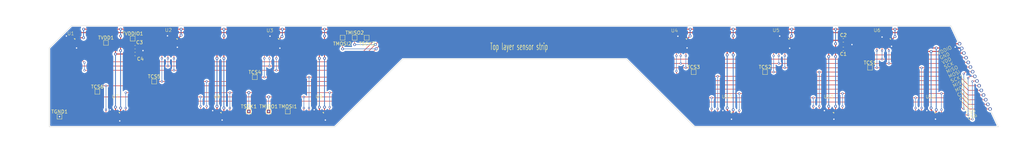
<source format=kicad_pcb>
(kicad_pcb (version 20221018) (generator pcbnew)
  (layers (0 "F.Cu" signal) (31 "B.Cu" signal) (34 "B.Paste" user) (35 "F.Paste" user) (36 "B.SilkS" user "B.Silkscreen") (37 "F.SilkS" user "F.Silkscreen") (38 "B.Mask" user) (39 "F.Mask" user) (44 "Edge.Cuts" user))
  (net 0 "")
  (net 1 "GND")
  (net 8 "VDDIO")
  (net 9 "VDD")
  (net 10 "SCK")
  (net 11 "MISO")
  (net 12 "MOSI")
  (net 13 "SCK1")
  (net 14 "MISO1")
  (net 15 "MOSI1")
  (net 16 "CS1")
  (net 17 "CS2")
  (net 18 "CS3")
  (net 19 "CS4")
  (net 20 "CS5")
  (net 21 "CS6")
  (footprint "TestPoint:TestPoint_Pad_1.0x1.0mm" (layer "F.Cu") (at 69 119.75)
    (fp_text reference "TCS4")
    (fp_text value "TestPoint_Probe")
  )
  (footprint "BMP581:Strip_pins_top" (layer "F.Cu") (at 275.75 119 25)
    (fp_text reference "TopConnector1" hide)
    (fp_text value "std_master_output" hide)
  )
  (footprint "TestPoint:TestPoint_Pad_1.0x1.0mm" (layer "F.Cu") (at 33.5 108.5)
    (fp_text reference "TVDDIO1")
    (fp_text value "TestPoint_Probe")
  )
  (footprint "TestPoint:TestPoint_Pad_1.0x1.0mm" (layer "F.Cu") (at 217.25 118.25)
    (fp_text reference "TCS2")
    (fp_text value "TestPoint_Probe")
  )
  (footprint "TestPoint:TestPoint_Pad_1.0x1.0mm" (layer "F.Cu") (at 196.5 118.25)
    (fp_text reference "TCS3")
    (fp_text value "TestPoint_Probe")
  )
  (footprint "TestPoint:TestPoint_Pad_1.0x1.0mm" (layer "F.Cu") (at 94.5 108.25)
    (fp_text reference "TMOSI2")
    (fp_text value "TestPoint_Probe")
  )
  (footprint "BMP581:BMP581_Landing_Pattern" (layer "F.Cu") (at 28.416 130.929)
    (fp_text reference "U7")
    (fp_text value "~")
  )
  (footprint "TestPoint:TestPoint_Pad_1.0x1.0mm" (layer "F.Cu") (at 101.5 108.25)
    (fp_text reference "TSCK2")
    (fp_text value "TestPoint_Probe")
  )
  (footprint "BMP581:BMP581_Landing_Pattern" (layer "F.Cu") (at 58.036 130.929)
    (fp_text reference "U8")
    (fp_text value "~")
  )
  (footprint "BMP581:BMP581_Landing_Pattern" (layer "F.Cu") (at 222.88 109.5)
    (fp_text reference "U5")
    (fp_text value "~")
  )
  (footprint "TestPoint:TestPoint_Pad_1.0x1.0mm" (layer "F.Cu") (at 73 129.75)
    (fp_text reference "TMISO1")
    (fp_text value "TestPoint_Probe")
  )
  (footprint "TestPoint:TestPoint_Pad_1.0x1.0mm" (layer "F.Cu") (at 39.75 121)
    (fp_text reference "TCS5")
    (fp_text value "TestPoint_Probe")
  )
  (footprint "Capacitor_SMD:C_0603_1608Metric" (layer "F.Cu") (at 240 109 180)
    (fp_text reference "C2")
    (fp_text value "470nF")
  )
  (footprint "BMP581:BMP581_Landing_Pattern" (layer "F.Cu") (at 252.5 109.5)
    (fp_text reference "U6")
    (fp_text value "~")
  )
  (footprint "TestPoint:TestPoint_Pad_1.0x1.0mm" (layer "F.Cu") (at 23.25 124)
    (fp_text reference "TCS6")
    (fp_text value "TestPoint_Probe")
  )
  (footprint "TestPoint:TestPoint_Pad_1.0x1.0mm" (layer "F.Cu") (at 25.75 109.75)
    (fp_text reference "TVDD1")
    (fp_text value "TestPoint_Probe")
  )
  (footprint "BMP581:BMP581_Landing_Pattern" (layer "F.Cu") (at 74.78 109.5)
    (fp_text reference "U3")
    (fp_text value "~")
  )
  (footprint "TestPoint:TestPoint_Pad_1.0x1.0mm" (layer "F.Cu") (at 78.6 129.75)
    (fp_text reference "TMOSI1")
    (fp_text value "TestPoint_Probe")
  )
  (footprint "TestPoint:TestPoint_Pad_1.0x1.0mm" (layer "F.Cu") (at 67.25 129.75)
    (fp_text reference "TSCK1")
    (fp_text value "TestPoint_Probe")
  )
  (footprint "BMP581:BMP581_Landing_Pattern" (layer "F.Cu") (at 193.26 109.5)
    (fp_text reference "U4")
    (fp_text value "~")
  )
  (footprint "TestPoint:TestPoint_Pad_1.0x1.0mm" (layer "F.Cu") (at 247.75 117)
    (fp_text reference "TCS1")
    (fp_text value "TestPoint_Probe")
  )
  (footprint "BMP581:BMP581_Landing_Pattern" (layer "F.Cu") (at 206.136 130.929)
    (fp_text reference "U10")
    (fp_text value "~")
  )
  (footprint "Capacitor_SMD:C_0603_1608Metric" (layer "F.Cu") (at 240 111.5 180)
    (fp_text reference "C1")
    (fp_text value "470nF")
  )
  (footprint "TestPoint:TestPoint_Pad_1.0x1.0mm" (layer "F.Cu") (at 12.25 131.25)
    (fp_text reference "TGND1")
    (fp_text value "TestPoint_Probe")
  )
  (footprint "BMP581:BMP581_Landing_Pattern" (layer "F.Cu") (at 87.656 130.929)
    (fp_text reference "U9")
    (fp_text value "~")
  )
  (footprint "BMP581:BMP581_Landing_Pattern" (layer "F.Cu") (at 235.756 130.929)
    (fp_text reference "U11")
    (fp_text value "~")
  )
  (footprint "Capacitor_SMD:C_0603_1608Metric" (layer "F.Cu") (at 34.2 111 180)
    (fp_text reference "C3")
    (fp_text value "470nF")
  )
  (footprint "BMP581:BMP581_Landing_Pattern" (layer "F.Cu") (at 15.54 109.5)
    (fp_text reference "U1")
    (fp_text value "~" hide)
  )
  (footprint "BMP581:BMP581_Landing_Pattern" (layer "F.Cu") (at 45.16 109.5)
    (fp_text reference "U2")
    (fp_text value "~")
  )
  (footprint "BMP581:BMP581_Landing_Pattern" (layer "F.Cu") (at 265.376 130.929)
    (fp_text reference "U12")
    (fp_text value "~")
  )
  (footprint "TestPoint:TestPoint_Pad_1.0x1.0mm" (layer "F.Cu") (at 98 108.25)
    (fp_text reference "TMISO2")
    (fp_text value "TestPoint_Probe")
  )
  (footprint "Capacitor_SMD:C_0603_1608Metric" (layer "F.Cu") (at 34.2 113 180)
    (fp_text reference "C4")
    (fp_text value "470nF")
  )
  (gr_line (start 29.5 130) (end 29.75 130) (stroke (width 0.15)) (layer "F.SilkS"))
  (gr_line (start 194.5 108.5) (end 194.25 108.5) (stroke (width 0.15)) (layer "F.SilkS"))
  (gr_line (start 224.25 108.5) (end 224 108.5) (stroke (width 0.15)) (layer "F.SilkS"))
  (gr_line (start 46.25 108.5) (end 46.5 108.5) (stroke (width 0.15)) (layer "F.SilkS"))
  (gr_line (start 89 130.25) (end 88.75 130) (stroke (width 0.15)) (layer "F.SilkS"))
  (gr_line (start 46.5 108.5) (end 46.5 108.75) (stroke (width 0.15)) (layer "F.SilkS"))
  (gr_line (start 194.25 108.5) (end 194.5 108.75) (stroke (width 0.15)) (layer "F.SilkS"))
  (gr_line (start 266.75 130) (end 266.5 130) (stroke (width 0.15)) (layer "F.SilkS"))
  (gr_line (start 237.25 130) (end 237 130) (stroke (width 0.15)) (layer "F.SilkS"))
  (gr_line (start 75.75 108.5) (end 76 108.75) (stroke (width 0.15)) (layer "F.SilkS"))
  (gr_line (start 75.75 108.5) (end 76 108.5) (stroke (width 0.15)) (layer "F.SilkS"))
  (gr_line (start 76 108.5) (end 76 108.75) (stroke (width 0.15)) (layer "F.SilkS"))
  (gr_line (start 16.75 108.75) (end 16.75 108.5) (stroke (width 0.15)) (layer "F.SilkS"))
  (gr_line (start 59.25 130.25) (end 59 130) (stroke (width 0.15)) (layer "F.SilkS"))
  (gr_line (start 89 130.25) (end 89 130) (stroke (width 0.15)) (layer "F.SilkS"))
  (gr_line (start 46.5 108.75) (end 46.25 108.5) (stroke (width 0.15)) (layer "F.SilkS"))
  (gr_line (start 207.25 130) (end 207.5 130.25) (stroke (width 0.15)) (layer "F.SilkS"))
  (gr_line (start 76 108.75) (end 75.75 108.5) (stroke (width 0.15)) (layer "F.SilkS"))
  (gr_line (start 253.5 108.5) (end 253.75 108.75) (stroke (width 0.15)) (layer "F.SilkS"))
  (gr_line (start 266.75 130.25) (end 266.75 130) (stroke (width 0.15)) (layer "F.SilkS"))
  (gr_line (start 237.25 130.25) (end 237.25 130) (stroke (width 0.15)) (layer "F.SilkS"))
  (gr_line (start 59 130) (end 59.25 130) (stroke (width 0.15)) (layer "F.SilkS"))
  (gr_line (start 16.75 108.5) (end 16.5 108.5) (stroke (width 0.15)) (layer "F.SilkS"))
  (gr_line (start 224 108.5) (end 224.25 108.75) (stroke (width 0.15)) (layer "F.SilkS"))
  (gr_line (start 253.75 108.75) (end 253.75 108.5) (stroke (width 0.15)) (layer "F.SilkS"))
  (gr_line (start 207.5 130.25) (end 207.5 130) (stroke (width 0.15)) (layer "F.SilkS"))
  (gr_line (start 237 130) (end 237.25 130.25) (stroke (width 0.15)) (layer "F.SilkS"))
  (gr_line (start 29.75 130) (end 29.75 130.25) (stroke (width 0.15)) (layer "F.SilkS"))
  (gr_line (start 224.25 108.75) (end 224.25 108.5) (stroke (width 0.15)) (layer "F.SilkS"))
  (gr_line (start 207.5 130) (end 207.25 130) (stroke (width 0.15)) (layer "F.SilkS"))
  (gr_line (start 59.25 130) (end 59.25 130.25) (stroke (width 0.15)) (layer "F.SilkS"))
  (gr_line (start 88.75 130) (end 89 130) (stroke (width 0.15)) (layer "F.SilkS"))
  (gr_line (start 29.75 130.25) (end 29.5 130) (stroke (width 0.15)) (layer "F.SilkS"))
  (gr_line (start 194.5 108.75) (end 194.5 108.5) (stroke (width 0.15)) (layer "F.SilkS"))
  (gr_line (start 253.75 108.5) (end 253.5 108.5) (stroke (width 0.15)) (layer "F.SilkS"))
  (gr_line (start 266.5 130) (end 266.75 130.25) (stroke (width 0.15)) (layer "F.SilkS"))
  (gr_line (start 16.5 108.5) (end 16.75 108.75) (stroke (width 0.15)) (layer "F.SilkS"))
  (gr_line (start 196.75 134.25) (end 285.06 134.25) (stroke (width 0.1)) (layer "Edge.Cuts"))
  (gr_line (start 9.25 134.25) (end 9.25 111.25) (stroke (width 0.1)) (layer "Edge.Cuts"))
  (gr_line (start 112 114.5) (end 92.25 134.25) (stroke (width 0.1)) (layer "Edge.Cuts"))
  (gr_line (start 177 114.5) (end 196.75 134.25) (stroke (width 0.1)) (layer "Edge.Cuts"))
  (gr_line (start 112 114.5) (end 177 114.5) (stroke (width 0.1)) (layer "Edge.Cuts"))
  (gr_line (start 15.75 104.75) (end 9.25 111.25) (stroke (width 0.1)) (layer "Edge.Cuts"))
  (gr_line (start 271.25 104.75) (end 285.06 134.25) (stroke (width 0.1)) (layer "Edge.Cuts"))
  (gr_line (start 92.25 134.25) (end 9.25 134.25) (stroke (width 0.1)) (layer "Edge.Cuts"))
  (gr_line (start 271.25 104.75) (end 15.75 104.75) (stroke (width 0.1)) (layer "Edge.Cuts"))
  (gr_text "Top layer sensor strip" (at 137.25 112) (layer "F.SilkS") (effects (font (size 2 1)) (justify left bottom)))
  (segment (start 16.04 110.275) (end 16.225 110.275) (width 0.25) (layer "F.Cu") (net 1))
  (segment (start 15.54 108.725) (end 15.04 108.725) (width 0.25) (layer "F.Cu") (net 1))
  (segment (start 235.256 130.154) (end 235.154 130.154) (width 0.25) (layer "F.Cu") (net 1))
  (segment (start 265.376 130.154) (end 264.876 130.154) (width 0.25) (layer "F.Cu") (net 1))
  (segment (start 87.656 130.154) (end 87.156 130.154) (width 0.25) (layer "F.Cu") (net 1))
  (segment (start 240.775 111.5) (end 241.25 111.5) (width 0.25) (layer "F.Cu") (net 1))
  (segment (start 237.25 132) (end 236.954 131.704) (width 0.25) (layer "F.Cu") (net 1))
  (segment (start 264.876 130.126) (end 264.25 129.5) (width 0.25) (layer "F.Cu") (net 1))
  (segment (start 35.5 111) (end 36.5 112) (width 0.25) (layer "F.Cu") (net 1))
  (segment (start 241.25 111.5) (end 242.5 110.25) (width 0.25) (layer "F.Cu") (net 1))
  (segment (start 205.636 130.154) (end 205.636 130.136) (width 0.25) (layer "F.Cu") (net 1))
  (segment (start 87.156 130.154) (end 87.154 130.154) (width 0.25) (layer "F.Cu") (net 1))
  (segment (start 207.204 131.704) (end 207.5 132) (width 0.25) (layer "F.Cu") (net 1))
  (segment (start 222.38 108.725) (end 222.375 108.725) (width 0.25) (layer "F.Cu") (net 1))
  (segment (start 16.225 110.275) (end 17.2 111.25) (width 0.25) (layer "F.Cu") (net 1))
  (segment (start 193.76 110.275) (end 193.76 110.31) (width 0.25) (layer "F.Cu") (net 1))
  (segment (start 44.545 108.725) (end 43.62 107.7) (width 0.25) (layer "F.Cu") (net 1))
  (segment (start 253 110.275) (end 253.475 110.75) (width 0.25) (layer "F.Cu") (net 1))
  (segment (start 253.475 110.75) (end 254 110.75) (width 0.25) (layer "F.Cu") (net 1))
  (segment (start 222.88 108.725) (end 222.38 108.725) (width 0.25) (layer "F.Cu") (net 1))
  (segment (start 34.975 111) (end 35.5 111) (width 0.25) (layer "F.Cu") (net 1))
  (segment (start 252 108.725) (end 251.9 108.725) (width 0.25) (layer "F.Cu") (net 1))
  (segment (start 27.916 130.154) (end 27.904 130.154) (width 0.25) (layer "F.Cu") (net 1))
  (segment (start 28.416 130.154) (end 27.916 130.154) (width 0.25) (layer "F.Cu") (net 1))
  (segment (start 45.16 108.725) (end 44.66 108.725) (width 0.25) (layer "F.Cu") (net 1))
  (segment (start 240.775 109) (end 241.25 109) (width 0.25) (layer "F.Cu") (net 1))
  (segment (start 34.975 113) (end 35.5 113) (width 0.25) (layer "F.Cu") (net 1))
  (segment (start 57.536 130.154) (end 57.404 130.154) (width 0.25) (layer "F.Cu") (net 1))
  (segment (start 28.916 131.704) (end 28.954 131.704) (width 0.25) (layer "F.Cu") (net 1))
  (segment (start 206.636 131.704) (end 207.204 131.704) (width 0.25) (layer "F.Cu") (net 1))
  (segment (start 28.954 131.704) (end 29.75 132.5) (width 0.25) (layer "F.Cu") (net 1))
  (segment (start 88.702 132.25) (end 88.156 131.704) (width 0.25) (layer "F.Cu") (net 1))
  (segment (start 235.756 130.154) (end 235.256 130.154) (width 0.25) (layer "F.Cu") (net 1))
  (segment (start 193.76 110.31) (end 194.59 111.23) (width 0.25) (layer "F.Cu") (net 1))
  (segment (start 89.5 132.25) (end 88.702 132.25) (width 0.25) (layer "F.Cu") (net 1))
  (segment (start 44.66 108.725) (end 44.545 108.725) (width 0.25) (layer "F.Cu") (net 1))
  (segment (start 86.25 129.25) (end 87.154 130.154) (width 0.25) (layer "F.Cu") (net 1))
  (segment (start 266.77 131.98) (end 266.494 131.704) (width 0.25) (layer "F.Cu") (net 1))
  (segment (start 14.25 107.975) (end 14.25 107.75) (width 0.25) (layer "F.Cu") (net 1))
  (segment (start 266.494 131.704) (end 265.876 131.704) (width 0.25) (layer "F.Cu") (net 1))
  (segment (start 193.26 108.725) (end 192.76 108.725) (width 0.25) (layer "F.Cu") (net 1))
  (segment (start 251.9 108.725) (end 251.25 108.075) (width 0.25) (layer "F.Cu") (net 1))
  (segment (start 58.954 131.704) (end 59.5 132.25) (width 0.25) (layer "F.Cu") (net 1))
  (segment (start 274.392979 111.357455) (end 272.857455 111.357455) (width 0.25) (layer "F.Cu") (net 1))
  (segment (start 45.665 110.275) (end 46.49 111.03) (width 0.25) (layer "F.Cu") (net 1))
  (segment (start 74.245 108.725) (end 73.41 107.8) (width 0.25) (layer "F.Cu") (net 1))
  (segment (start 206.136 130.154) (end 205.636 130.154) (width 0.25) (layer "F.Cu") (net 1))
  (segment (start 58.536 131.704) (end 58.954 131.704) (width 0.25) (layer "F.Cu") (net 1))
  (segment (start 74.78 108.725) (end 74.28 108.725) (width 0.25) (layer "F.Cu") (net 1))
  (segment (start 235.154 130.154) (end 234.5 129.5) (width 0.25) (layer "F.Cu") (net 1))
  (segment (start 236.954 131.704) (end 236.256 131.704) (width 0.25) (layer "F.Cu") (net 1))
  (segment (start 27 129.25) (end 27.904 130.154) (width 0.25) (layer "F.Cu") (net 1))
  (segment (start 222.375 108.725) (end 221.5 107.775) (width 0.25) (layer "F.Cu") (net 1))
  (segment (start 205.636 130.136) (end 205 129.5) (width 0.25) (layer "F.Cu") (net 1))
  (segment (start 223.38 110.275) (end 223.38 110.28) (width 0.25) (layer "F.Cu") (net 1))
  (segment (start 56.75 129.5) (end 57.404 130.154) (width 0.25) (layer "F.Cu") (net 1))
  (segment (start 75.28 110.32) (end 76.28 111.29) (width 0.25) (layer "F.Cu") (net 1))
  (segment (start 192.76 108.725) (end 192.755 108.725) (width 0.25) (layer "F.Cu") (net 1))
  (segment (start 223.38 110.28) (end 224.4 111.3) (width 0.25) (layer "F.Cu") (net 1))
  (segment (start 264.876 130.154) (end 264.876 130.126) (width 0.25) (layer "F.Cu") (net 1))
  (segment (start 241.25 109) (end 242.5 110.25) (width 0.25) (layer "F.Cu") (net 1))
  (segment (start 252.5 108.725) (end 252 108.725) (width 0.25) (layer "F.Cu") (net 1))
  (segment (start 15.04 108.725) (end 15 108.725) (width 0.25) (layer "F.Cu") (net 1))
  (segment (start 75.28 110.275) (end 75.28 110.32) (width 0.25) (layer "F.Cu") (net 1))
  (segment (start 58.036 130.154) (end 57.536 130.154) (width 0.25) (layer "F.Cu") (net 1))
  (segment (start 45.66 110.275) (end 45.665 110.275) (width 0.25) (layer "F.Cu") (net 1))
  (segment (start 35.5 113) (end 36.5 112) (width 0.25) (layer "F.Cu") (net 1))
  (segment (start 74.28 108.725) (end 74.245 108.725) (width 0.25) (layer "F.Cu") (net 1))
  (segment (start 192.755 108.725) (end 191.92 107.81) (width 0.25) (layer "F.Cu") (net 1))
  (segment (start 272.5 111) (end 272.857455 111.357455) (width 0.25) (layer "F.Cu") (net 1))
  (segment (start 15 108.725) (end 14.25 107.975) (width 0.25) (layer "F.Cu") (net 1))
  (via (at 234.5 129.5) (size 0.8) (drill 0.4) (layers "F.Cu" "B.Cu") (net 1))
  (via (at 43.62 107.7) (size 0.8) (drill 0.4) (layers "F.Cu" "B.Cu") (net 1))
  (via (at 242.5 110.25) (size 0.8) (drill 0.4) (layers "F.Cu" "B.Cu") (net 1))
  (via (at 251.25 108.05) (size 0.8) (drill 0.4) (layers "F.Cu" "B.Cu") (net 1))
  (via (at 46.49 111.03) (size 0.8) (drill 0.4) (layers "F.Cu" "B.Cu") (net 1))
  (via (at 221.5 107.775) (size 0.8) (drill 0.4) (layers "F.Cu" "B.Cu") (net 1))
  (via (at 254 110.75) (size 0.8) (drill 0.4) (layers "F.Cu" "B.Cu") (net 1))
  (via (at 205 129.5) (size 0.8) (drill 0.4) (layers "F.Cu" "B.Cu") (net 1))
  (via (at 207.5 132) (size 0.8) (drill 0.4) (layers "F.Cu" "B.Cu") (net 1))
  (via (at 56.75 129.5) (size 0.8) (drill 0.4) (layers "F.Cu" "B.Cu") (net 1))
  (via (at 224.4 111.3) (size 0.8) (drill 0.4) (layers "F.Cu" "B.Cu") (net 1))
  (via (at 266.77 131.98) (size 0.8) (drill 0.4) (layers "F.Cu" "B.Cu") (net 1))
  (via (at 194.59 111.23) (size 0.8) (drill 0.4) (layers "F.Cu" "B.Cu") (net 1))
  (via (at 27 129.25) (size 0.8) (drill 0.4) (layers "F.Cu" "B.Cu") (net 1))
  (via (at 86.25 129.25) (size 0.8) (drill 0.4) (layers "F.Cu" "B.Cu") (net 1))
  (via (at 59.5 132.25) (size 0.8) (drill 0.4) (layers "F.Cu" "B.Cu") (net 1))
  (via (at 264.25 129.5) (size 0.8) (drill 0.4) (layers "F.Cu" "B.Cu") (net 1))
  (via (at 191.92 107.81) (size 0.8) (drill 0.4) (layers "F.Cu" "B.Cu") (net 1))
  (via (at 237.25 132) (size 0.8) (drill 0.4) (layers "F.Cu" "B.Cu") (net 1))
  (via (at 36.5 112) (size 0.8) (drill 0.4) (layers "F.Cu" "B.Cu") (net 1))
  (via (at 73.41 107.8) (size 0.8) (drill 0.4) (layers "F.Cu" "B.Cu") (net 1))
  (via (at 272.5 111) (size 0.8) (drill 0.4) (layers "F.Cu" "B.Cu") (net 1))
  (via (at 76.28 111.29) (size 0.8) (drill 0.4) (layers "F.Cu" "B.Cu") (net 1))
  (via (at 14.25 107.75) (size 0.8) (drill 0.4) (layers "F.Cu" "B.Cu") (net 1))
  (via (at 29.75 132.5) (size 0.8) (drill 0.4) (layers "F.Cu" "B.Cu") (net 1))
  (via (at 12.25 131.25) (size 0.8) (drill 0.4) (layers "F.Cu" "B.Cu") (net 1))
  (via (at 89.5 132.25) (size 0.8) (drill 0.4) (layers "F.Cu" "B.Cu") (net 1))
  (via (at 17.2 111.25) (size 0.8) (drill 0.4) (layers "F.Cu" "B.Cu") (net 1))
  (segment (start 267 111.25) (end 261.75 111.25) (width 0.25) (layer "F.Cu") (net 8))
  (segment (start 47.47 107.69) (end 47.58 107.49) (width 0.25) (layer "F.Cu") (net 8))
  (segment (start 16.75 109.25) (end 17.75 108.25) (width 0.25) (layer "F.Cu") (net 8))
  (segment (start 237.75 129.435) (end 236.506 130.679) (width 0.25) (layer "F.Cu") (net 8))
  (segment (start 31.75 109) (end 32.25 108.5) (width 0.25) (layer "F.Cu") (net 8))
  (segment (start 45.91 109.25) (end 47.47 107.69) (width 0.25) (layer "F.Cu") (net 8))
  (segment (start 29.321 130.679) (end 29.166 130.679) (width 0.25) (layer "F.Cu") (net 8))
  (segment (start 30 130) (end 29.321 130.679) (width 0.25) (layer "F.Cu") (net 8))
  (segment (start 272.495986 110) (end 271.5 110) (width 0.25) (layer "F.Cu") (net 8))
  (segment (start 208 129.25) (end 208 130) (width 0.25) (layer "F.Cu") (net 8))
  (segment (start 76.89 107.89) (end 75.53 109.25) (width 0.25) (layer "F.Cu") (net 8))
  (segment (start 237.75 113.75) (end 237.75 110) (width 0.25) (layer "F.Cu") (net 8))
  (segment (start 60 130) (end 59.321 130.679) (width 0.25) (layer "F.Cu") (net 8))
  (segment (start 89.25 130) (end 88.571 130.679) (width 0.25) (layer "F.Cu") (net 8))
  (segment (start 272.497993 109.997993) (end 272.495986 110) (width 0.25) (layer "F.Cu") (net 8))
  (segment (start 208 113.25) (end 208 107.75) (width 0.25) (layer "F.Cu") (net 8))
  (segment (start 89.25 128.5) (end 89.25 130) (width 0.25) (layer "F.Cu") (net 8))
  (segment (start 271.5 110) (end 270.25 111.25) (width 0.25) (layer "F.Cu") (net 8))
  (segment (start 223.63 109.25) (end 225 107.88) (width 0.25) (layer "F.Cu") (net 8))
  (segment (start 256.25 105.75) (end 19.25 105.75) (width 0.25) (layer "F.Cu") (net 8))
  (segment (start 255 107.925) (end 253.675 109.25) (width 0.25) (layer "F.Cu") (net 8))
  (segment (start 60 114.25) (end 60 107.75) (width 0.25) (layer "F.Cu") (net 8))
  (segment (start 270.25 111.25) (end 267 111.25) (width 0.25) (layer "F.Cu") (net 8))
  (segment (start 273.759051 109.997993) (end 272.497993 109.997993) (width 0.25) (layer "F.Cu") (net 8))
  (segment (start 194.01 109.25) (end 195.48 107.74) (width 0.25) (layer "F.Cu") (net 8))
  (segment (start 237.75 128.25) (end 237.75 129.435) (width 0.25) (layer "F.Cu") (net 8))
  (segment (start 17.75 108.25) (end 19.25 108.25) (width 0.25) (layer "F.Cu") (net 8))
  (segment (start 30 112) (end 30 107.75) (width 0.25) (layer "F.Cu") (net 8))
  (segment (start 60 128.75) (end 60 130) (width 0.25) (layer "F.Cu") (net 8))
  (segment (start 267 129.25) (end 267 129.805) (width 0.25) (layer "F.Cu") (net 8))
  (segment (start 47.58 107.49) (end 47.47 107.68) (width 0.25) (layer "F.Cu") (net 8))
  (segment (start 253.675 109.25) (end 253.25 109.25) (width 0.25) (layer "F.Cu") (net 8))
  (segment (start 30 111) (end 32 111) (width 0.25) (layer "F.Cu") (net 8))
  (segment (start 237.75 111.5) (end 239.225 111.5) (width 0.25) (layer "F.Cu") (net 8))
  (segment (start 16.29 109.25) (end 16.75 109.25) (width 0.25) (layer "F.Cu") (net 8))
  (segment (start 32.25 108.5) (end 33.5 108.5) (width 0.25) (layer "F.Cu") (net 8))
  (segment (start 207.321 130.679) (end 206.886 130.679) (width 0.25) (layer "F.Cu") (net 8))
  (segment (start 225 107.88) (end 224.99 107.71) (width 0.25) (layer "F.Cu") (net 8))
  (segment (start 261.75 111.25) (end 256.25 105.75) (width 0.25) (layer "F.Cu") (net 8))
  (segment (start 88.571 130.679) (end 88.406 130.679) (width 0.25) (layer "F.Cu") (net 8))
  (segment (start 31.75 111) (end 31.75 109) (width 0.25) (layer "F.Cu") (net 8))
  (segment (start 30 128.75) (end 30 130) (width 0.25) (layer "F.Cu") (net 8))
  (segment (start 89.25 114.25) (end 89.25 107.75) (width 0.25) (layer "F.Cu") (net 8))
  (segment (start 208 130) (end 207.321 130.679) (width 0.25) (layer "F.Cu") (net 8))
  (segment (start 32 111) (end 33.425 111) (width 0.25) (layer "F.Cu") (net 8))
  (segment (start 267 129.805) (end 266.126 130.679) (width 0.25) (layer "F.Cu") (net 8))
  (segment (start 59.321 130.679) (end 58.786 130.679) (width 0.25) (layer "F.Cu") (net 8))
  (via (at 89.25 105.75) (size 0.8) (drill 0.4) (layers "F.Cu" "B.Cu") (net 8))
  (via (at 89.25 128.5) (size 0.8) (drill 0.4) (layers "F.Cu" "B.Cu") (net 8))
  (via (at 237.75 128.25) (size 0.8) (drill 0.4) (layers "F.Cu" "B.Cu") (net 8))
  (via (at 224.99 107.71) (size 0.8) (drill 0.4) (layers "F.Cu" "B.Cu") (net 8))
  (via (at 47.58 107.49) (size 0.8) (drill 0.4) (layers "F.Cu" "B.Cu") (net 8))
  (via (at 30 112) (size 0.8) (drill 0.4) (layers "F.Cu" "B.Cu") (net 8))
  (via (at 60 105.75) (size 0.8) (drill 0.4) (layers "F.Cu" "B.Cu") (net 8))
  (via (at 208 107.75) (size 0.8) (drill 0.4) (layers "F.Cu" "B.Cu") (net 8))
  (via (at 267 129.25) (size 0.8) (drill 0.4) (layers "F.Cu" "B.Cu") (net 8))
  (via (at 267 111.25) (size 0.8) (drill 0.4) (layers "F.Cu" "B.Cu") (net 8))
  (via (at 19.25 105.75) (size 0.8) (drill 0.4) (layers "F.Cu" "B.Cu") (net 8))
  (via (at 30 105.75) (size 0.8) (drill 0.4) (layers "F.Cu" "B.Cu") (net 8))
  (via (at 195.48 107.74) (size 0.8) (drill 0.4) (layers "F.Cu" "B.Cu") (net 8))
  (via (at 255 105.75) (size 0.8) (drill 0.4) (layers "F.Cu" "B.Cu") (net 8))
  (via (at 208 113.25) (size 0.8) (drill 0.4) (layers "F.Cu" "B.Cu") (net 8))
  (via (at 195.5 105.75) (size 0.8) (drill 0.4) (layers "F.Cu" "B.Cu") (net 8))
  (via (at 225 105.75) (size 0.8) (drill 0.4) (layers "F.Cu" "B.Cu") (net 8))
  (via (at 255 107.925) (size 0.8) (drill 0.4) (layers "F.Cu" "B.Cu") (net 8))
  (via (at 76.89 107.89) (size 0.8) (drill 0.4) (layers "F.Cu" "B.Cu") (net 8))
  (via (at 237.75 113.75) (size 0.8) (drill 0.4) (layers "F.Cu" "B.Cu") (net 8))
  (via (at 30 107.75) (size 0.8) (drill 0.4) (layers "F.Cu" "B.Cu") (net 8))
  (via (at 237.75 110) (size 0.8) (drill 0.4) (layers "F.Cu" "B.Cu") (net 8))
  (via (at 30 128.75) (size 0.8) (drill 0.4) (layers "F.Cu" "B.Cu") (net 8))
  (via (at 237.75 105.75) (size 0.8) (drill 0.4) (layers "F.Cu" "B.Cu") (net 8))
  (via (at 60 114.25) (size 0.8) (drill 0.4) (layers "F.Cu" "B.Cu") (net 8))
  (via (at 60 107.75) (size 0.8) (drill 0.4) (layers "F.Cu" "B.Cu") (net 8))
  (via (at 77 105.75) (size 0.8) (drill 0.4) (layers "F.Cu" "B.Cu") (net 8))
  (via (at 47.58 105.75) (size 0.8) (drill 0.4) (layers "F.Cu" "B.Cu") (net 8))
  (via (at 89.25 114.25) (size 0.8) (drill 0.4) (layers "F.Cu" "B.Cu") (net 8))
  (via (at 19.25 108.25) (size 0.8) (drill 0.4) (layers "F.Cu" "B.Cu") (net 8))
  (via (at 89.25 107.75) (size 0.8) (drill 0.4) (layers "F.Cu" "B.Cu") (net 8))
  (via (at 208 129.25) (size 0.8) (drill 0.4) (layers "F.Cu" "B.Cu") (net 8))
  (via (at 60 128.75) (size 0.8) (drill 0.4) (layers "F.Cu" "B.Cu") (net 8))
  (via (at 208 105.75) (size 0.8) (drill 0.4) (layers "F.Cu" "B.Cu") (net 8))
  (segment (start 77 105.75) (end 77 107.78) (width 0.25) (layer "B.Cu") (net 8))
  (segment (start 237.75 110) (end 237.75 105.75) (width 0.25) (layer "B.Cu") (net 8))
  (segment (start 195.5 105.75) (end 195.48 105.77) (width 0.25) (layer "B.Cu") (net 8))
  (segment (start 89.25 128.5) (end 89.25 114.25) (width 0.25) (layer "B.Cu") (net 8))
  (segment (start 47.58 105.75) (end 47.58 107.49) (width 0.25) (layer "B.Cu") (net 8))
  (segment (start 77 107.78) (end 76.89 107.89) (width 0.25) (layer "B.Cu") (net 8))
  (segment (start 60 107.75) (end 60 105.75) (width 0.25) (layer "B.Cu") (net 8))
  (segment (start 237.75 128.25) (end 237.75 113.75) (width 0.25) (layer "B.Cu") (net 8))
  (segment (start 30 107.75) (end 30 105.75) (width 0.25) (layer "B.Cu") (net 8))
  (segment (start 225 105.75) (end 224.99 105.76) (width 0.25) (layer "B.Cu") (net 8))
  (segment (start 60 128.75) (end 60 114.25) (width 0.25) (layer "B.Cu") (net 8))
  (segment (start 255 105.75) (end 255 107.925) (width 0.25) (layer "B.Cu") (net 8))
  (segment (start 267 111.25) (end 267 129.25) (width 0.25) (layer "B.Cu") (net 8))
  (segment (start 30 128.75) (end 30 112) (width 0.25) (layer "B.Cu") (net 8))
  (segment (start 19.25 108.25) (end 19.25 105.75) (width 0.25) (layer "B.Cu") (net 8))
  (segment (start 195.48 105.77) (end 195.48 107.74) (width 0.25) (layer "B.Cu") (net 8))
  (segment (start 208 105.75) (end 208 107.75) (width 0.25) (layer "B.Cu") (net 8))
  (segment (start 208 113.25) (end 208 129.25) (width 0.25) (layer "B.Cu") (net 8))
  (segment (start 224.99 105.76) (end 224.99 107.71) (width 0.25) (layer "B.Cu") (net 8))
  (segment (start 89.25 107.75) (end 89.25 105.75) (width 0.25) (layer "B.Cu") (net 8))
  (segment (start 223.38 108.725) (end 223.38 106.75) (width 0.25) (layer "F.Cu") (net 9))
  (segment (start 265.876 129.6915) (end 265.876 130.154) (width 0.25) (layer "F.Cu") (net 9))
  (segment (start 87.75 114.25) (end 87.75 106.75) (width 0.25) (layer "F.Cu") (net 9))
  (segment (start 265.5 112.25) (end 272 112.25) (width 0.25) (layer "F.Cu") (net 9))
  (segment (start 206.25 129.3055) (end 206.636 129.6915) (width 0.25) (layer "F.Cu") (net 9))
  (segment (start 235.75 113.75) (end 235.75 106.75) (width 0.25) (layer "F.Cu") (net 9))
  (segment (start 75.28 108.725) (end 75.28 106.75) (width 0.25) (layer "F.Cu") (net 9))
  (segment (start 253 106.75) (end 253 108.725) (width 0.25) (layer "F.Cu") (net 9))
  (segment (start 265.5 128.75) (end 265.5 129.3155) (width 0.25) (layer "F.Cu") (net 9))
  (segment (start 28.5 113) (end 33.425 113) (width 0.25) (layer "F.Cu") (net 9))
  (segment (start 58 106.75) (end 28.5 106.75) (width 0.25) (layer "F.Cu") (net 9))
  (segment (start 28.5 129.2755) (end 28.916 129.6915) (width 0.25) (layer "F.Cu") (net 9))
  (segment (start 87.75 106.75) (end 58 106.75) (width 0.25) (layer "F.Cu") (net 9))
  (segment (start 275.026906 112.716917) (end 272.466917 112.716917) (width 0.25) (layer "F.Cu") (net 9))
  (segment (start 87.75 128.5) (end 87.75 129.2855) (width 0.25) (layer "F.Cu") (net 9))
  (segment (start 206.25 128.75) (end 206.25 129.3055) (width 0.25) (layer "F.Cu") (net 9))
  (segment (start 265.5 129.3155) (end 265.876 129.6915) (width 0.25) (layer "F.Cu") (net 9))
  (segment (start 58.536 129.6915) (end 58.536 130.154) (width 0.25) (layer "F.Cu") (net 9))
  (segment (start 235.75 106.75) (end 206.25 106.75) (width 0.25) (layer "F.Cu") (net 9))
  (segment (start 58 129.1555) (end 58.536 129.6915) (width 0.25) (layer "F.Cu") (net 9))
  (segment (start 58 114.25) (end 58 106.75) (width 0.25) (layer "F.Cu") (net 9))
  (segment (start 272 112.25) (end 272.466917 112.716917) (width 0.25) (layer "F.Cu") (net 9))
  (segment (start 235.75 109) (end 239.225 109) (width 0.25) (layer "F.Cu") (net 9))
  (segment (start 58 128.25) (end 58 129.1555) (width 0.25) (layer "F.Cu") (net 9))
  (segment (start 18.015 106.75) (end 16.04 108.725) (width 0.25) (layer "F.Cu") (net 9))
  (segment (start 28.5 106.75) (end 18.015 106.75) (width 0.25) (layer "F.Cu") (net 9))
  (segment (start 261.25 112.25) (end 265.5 112.25) (width 0.25) (layer "F.Cu") (net 9))
  (segment (start 206.636 129.6915) (end 206.636 130.154) (width 0.25) (layer "F.Cu") (net 9))
  (segment (start 28.5 109.75) (end 25.75 109.75) (width 0.25) (layer "F.Cu") (net 9))
  (segment (start 28.5 113) (end 28.5 108.5) (width 0.25) (layer "F.Cu") (net 9))
  (segment (start 236.256 129.4875) (end 236.256 130.154) (width 0.25) (layer "F.Cu") (net 9))
  (segment (start 235.75 106.75) (end 255.75 106.75) (width 0.25) (layer "F.Cu") (net 9))
  (segment (start 235.75 128.25) (end 235.75 128.9815) (width 0.25) (layer "F.Cu") (net 9))
  (segment (start 193.76 108.725) (end 193.76 106.75) (width 0.25) (layer "F.Cu") (net 9))
  (segment (start 45.66 108.725) (end 45.66 106.75) (width 0.25) (layer "F.Cu") (net 9))
  (segment (start 28.5 128.5) (end 28.5 129.2755) (width 0.25) (layer "F.Cu") (net 9))
  (segment (start 87.75 129.2855) (end 88.156 129.6915) (width 0.25) (layer "F.Cu") (net 9))
  (segment (start 88.156 129.6915) (end 88.156 130.154) (width 0.25) (layer "F.Cu") (net 9))
  (segment (start 28.916 129.6915) (end 28.916 130.154) (width 0.25) (layer "F.Cu") (net 9))
  (segment (start 28.5 108.5) (end 28.5 106.75) (width 0.25) (layer "F.Cu") (net 9))
  (segment (start 206.25 106.75) (end 87.75 106.75) (width 0.25) (layer "F.Cu") (net 9))
  (segment (start 255.75 106.75) (end 261.25 112.25) (width 0.25) (layer "F.Cu") (net 9))
  (segment (start 235.75 128.9815) (end 236.256 129.4875) (width 0.25) (layer "F.Cu") (net 9))
  (segment (start 206.25 113.25) (end 206.25 106.75) (width 0.25) (layer "F.Cu") (net 9))
  (via (at 28.5 128.5) (size 0.8) (drill 0.4) (layers "F.Cu" "B.Cu") (net 9))
  (via (at 87.75 128.5) (size 0.8) (drill 0.4) (layers "F.Cu" "B.Cu") (net 9))
  (via (at 265.5 112.25) (size 0.8) (drill 0.4) (layers "F.Cu" "B.Cu") (net 9))
  (via (at 235.75 128.25) (size 0.8) (drill 0.4) (layers "F.Cu" "B.Cu") (net 9))
  (via (at 206.25 128.75) (size 0.8) (drill 0.4) (layers "F.Cu" "B.Cu") (net 9))
  (via (at 235.75 113.75) (size 0.8) (drill 0.4) (layers "F.Cu" "B.Cu") (net 9))
  (via (at 87.75 114.25) (size 0.8) (drill 0.4) (layers "F.Cu" "B.Cu") (net 9))
  (via (at 265.5 128.75) (size 0.8) (drill 0.4) (layers "F.Cu" "B.Cu") (net 9))
  (via (at 58 114.25) (size 0.8) (drill 0.4) (layers "F.Cu" "B.Cu") (net 9))
  (via (at 28.5 113) (size 0.8) (drill 0.4) (layers "F.Cu" "B.Cu") (net 9))
  (via (at 58 128.25) (size 0.8) (drill 0.4) (layers "F.Cu" "B.Cu") (net 9))
  (via (at 206.25 113.25) (size 0.8) (drill 0.4) (layers "F.Cu" "B.Cu") (net 9))
  (segment (start 206.25 113.25) (end 206.25 128.75) (width 0.25) (layer "B.Cu") (net 9))
  (segment (start 58 128.25) (end 58 114.25) (width 0.25) (layer "B.Cu") (net 9))
  (segment (start 235.75 128.25) (end 235.75 113.75) (width 0.25) (layer "B.Cu") (net 9))
  (segment (start 265.5 128.75) (end 265.5 112.25) (width 0.25) (layer "B.Cu") (net 9))
  (segment (start 28.5 128.5) (end 28.5 113) (width 0.25) (layer "B.Cu") (net 9))
  (segment (start 87.75 128.5) (end 87.75 114.25) (width 0.25) (layer "B.Cu") (net 9))
  (segment (start 245 113.25) (end 243.75 114.5) (width 0.15) (layer "F.Cu") (net 10))
  (segment (start 255.5 113.25) (end 245 113.25) (width 0.15) (layer "F.Cu") (net 10))
  (segment (start 196.25 114.5) (end 197.75 114.5) (width 0.15) (layer "F.Cu") (net 10))
  (segment (start 101.5 108.25) (end 104.5 108.25) (width 0.15) (layer "F.Cu") (net 10))
  (segment (start 47.25 109.75) (end 48 110.5) (width 0.15) (layer "F.Cu") (net 10))
  (segment (start 196.25 111) (end 196.25 114.5) (width 0.15) (layer "F.Cu") (net 10))
  (segment (start 254.75 109.75) (end 255.5 110.5) (width 0.15) (layer "F.Cu") (net 10))
  (segment (start 18 109.75) (end 23.5 115.25) (width 0.15) (layer "F.Cu") (net 10))
  (segment (start 76.5 109.75) (end 78 111.25) (width 0.15) (layer "F.Cu") (net 10))
  (segment (start 184 107.75) (end 190.75 114.5) (width 0.15) (layer "F.Cu") (net 10))
  (segment (start 225.75 110.75) (end 225.75 114.5) (width 0.15) (layer "F.Cu") (net 10))
  (segment (start 253.25 109.75) (end 254.75 109.75) (width 0.15) (layer "F.Cu") (net 10))
  (segment (start 23.5 115.25) (end 48 115.25) (width 0.15) (layer "F.Cu") (net 10))
  (segment (start 255.5 110.5) (end 255.5 113.25) (width 0.15) (layer "F.Cu") (net 10))
  (segment (start 78 111.25) (end 78 115.25) (width 0.15) (layer "F.Cu") (net 10))
  (segment (start 45.91 109.75) (end 47.25 109.75) (width 0.15) (layer "F.Cu") (net 10))
  (segment (start 78 115.25) (end 97.5 115.25) (width 0.15) (layer "F.Cu") (net 10))
  (segment (start 104.5 108.25) (end 105 107.75) (width 0.15) (layer "F.Cu") (net 10))
  (segment (start 16.29 109.75) (end 18 109.75) (width 0.15) (layer "F.Cu") (net 10))
  (segment (start 195 109.75) (end 196.25 111) (width 0.15) (layer "F.Cu") (net 10))
  (segment (start 275.660833 114.076378) (end 272.576378 114.076378) (width 0.15) (layer "F.Cu") (net 10))
  (segment (start 223.63 109.75) (end 224.75 109.75) (width 0.15) (layer "F.Cu") (net 10))
  (segment (start 272.576378 114.076378) (end 271.75 113.25) (width 0.15) (layer "F.Cu") (net 10))
  (segment (start 75.53 109.75) (end 76.5 109.75) (width 0.15) (layer "F.Cu") (net 10))
  (segment (start 48 110.5) (end 48 115.25) (width 0.15) (layer "F.Cu") (net 10))
  (segment (start 224.75 109.75) (end 225.75 110.75) (width 0.15) (layer "F.Cu") (net 10))
  (segment (start 97.5 115.25) (end 104.5 108.25) (width 0.15) (layer "F.Cu") (net 10))
  (segment (start 48 115.25) (end 78 115.25) (width 0.15) (layer "F.Cu") (net 10))
  (segment (start 243.75 114.5) (end 225.75 114.5) (width 0.15) (layer "F.Cu") (net 10))
  (segment (start 271.75 113.25) (end 255.5 113.25) (width 0.15) (layer "F.Cu") (net 10))
  (segment (start 105 107.75) (end 184 107.75) (width 0.15) (layer "F.Cu") (net 10))
  (segment (start 194.01 109.75) (end 195 109.75) (width 0.15) (layer "F.Cu") (net 10))
  (segment (start 190.75 114.5) (end 197.75 114.5) (width 0.15) (layer "F.Cu") (net 10))
  (segment (start 225.75 114.5) (end 197.75 114.5) (width 0.15) (layer "F.Cu") (net 10))
  (segment (start 43.75 111) (end 43.75 114.25) (width 0.15) (layer "F.Cu") (net 11))
  (segment (start 276.294761 115.43584) (end 272.63584 115.43584) (width 0.15) (layer "F.Cu") (net 11))
  (segment (start 17.875 116.5) (end 14 112.625) (width 0.15) (layer "F.Cu") (net 11))
  (segment (start 222.38 110.275) (end 221.25 111.405) (width 0.15) (layer "F.Cu") (net 11))
  (segment (start 44.66 110.275) (end 44.475 110.275) (width 0.15) (layer "F.Cu") (net 11))
  (segment (start 14 112.625) (end 14 111.05) (width 0.15) (layer "F.Cu") (net 11))
  (segment (start 98 110.25) (end 98 108.25) (width 0.15) (layer "F.Cu") (net 11))
  (segment (start 245.75 114.5) (end 244.5 115.75) (width 0.15) (layer "F.Cu") (net 11))
  (segment (start 104 110.25) (end 97.75 116.5) (width 0.15) (layer "F.Cu") (net 11))
  (segment (start 105.75 108.5) (end 104 110.25) (width 0.15) (layer "F.Cu") (net 11))
  (segment (start 97.75 116.5) (end 17.875 116.5) (width 0.15) (layer "F.Cu") (net 11))
  (segment (start 221.25 111.405) (end 221.25 113.5) (width 0.15) (layer "F.Cu") (net 11))
  (segment (start 192.76 110.275) (end 192.76 113.49) (width 0.15) (layer "F.Cu") (net 11))
  (segment (start 14 111.05) (end 14.775 110.275) (width 0.15) (layer "F.Cu") (net 11))
  (segment (start 252 110.275) (end 251.975 110.275) (width 0.15) (layer "F.Cu") (net 11))
  (segment (start 14.775 110.275) (end 15.04 110.275) (width 0.15) (layer "F.Cu") (net 11))
  (segment (start 272.63584 115.43584) (end 271.7 114.5) (width 0.15) (layer "F.Cu") (net 11))
  (segment (start 271.7 114.5) (end 245.75 114.5) (width 0.15) (layer "F.Cu") (net 11))
  (segment (start 244.5 115.75) (end 190.25 115.75) (width 0.15) (layer "F.Cu") (net 11))
  (segment (start 251.25 111) (end 251.975 110.275) (width 0.15) (layer "F.Cu") (net 11))
  (segment (start 190.25 115.75) (end 183 108.5) (width 0.15) (layer "F.Cu") (net 11))
  (segment (start 74.28 110.275) (end 74.28 110.47) (width 0.15) (layer "F.Cu") (net 11))
  (segment (start 251.25 111) (end 251.25 112) (width 0.15) (layer "F.Cu") (net 11))
  (segment (start 192.76 113.49) (end 192.75 113.5) (width 0.15) (layer "F.Cu") (net 11))
  (segment (start 73.25 111.5) (end 74.28 110.47) (width 0.15) (layer "F.Cu") (net 11))
  (segment (start 73.25 111.5) (end 73.25 114.25) (width 0.15) (layer "F.Cu") (net 11))
  (segment (start 183 108.5) (end 105.75 108.5) (width 0.15) (layer "F.Cu") (net 11))
  (segment (start 43.75 111) (end 44.475 110.275) (width 0.15) (layer "F.Cu") (net 11))
  (via (at 192.75 115.75) (size 0.6) (drill 0.3) (layers "F.Cu" "B.Cu") (net 11))
  (via (at 73.25 114.25) (size 0.6) (drill 0.3) (layers "F.Cu" "B.Cu") (net 11))
  (via (at 221.25 113.5) (size 0.6) (drill 0.3) (layers "F.Cu" "B.Cu") (net 11))
  (via (at 104 110.25) (size 0.8) (drill 0.4) (layers "F.Cu" "B.Cu") (net 11))
  (via (at 251.25 114.5) (size 0.6) (drill 0.3) (layers "F.Cu" "B.Cu") (net 11))
  (via (at 73.25 116.5) (size 0.6) (drill 0.3) (layers "F.Cu" "B.Cu") (net 11))
  (via (at 192.75 113.5) (size 0.6) (drill 0.3) (layers "F.Cu" "B.Cu") (net 11))
  (via (at 43.75 114.25) (size 0.6) (drill 0.3) (layers "F.Cu" "B.Cu") (net 11))
  (via (at 251.25 112) (size 0.6) (drill 0.3) (layers "F.Cu" "B.Cu") (net 11))
  (via (at 98 110.25) (size 0.8) (drill 0.4) (layers "F.Cu" "B.Cu") (net 11))
  (via (at 221.25 115.75) (size 0.6) (drill 0.3) (layers "F.Cu" "B.Cu") (net 11))
  (via (at 43.75 116.5) (size 0.6) (drill 0.3) (layers "F.Cu" "B.Cu") (net 11))
  (segment (start 73.25 114.25) (end 73.25 116.5) (width 0.15) (layer "B.Cu") (net 11))
  (segment (start 251.25 112) (end 251.25 114.5) (width 0.15) (layer "B.Cu") (net 11))
  (segment (start 43.75 114.25) (end 43.75 116.5) (width 0.15) (layer "B.Cu") (net 11))
  (segment (start 221.25 113.5) (end 221.25 115.75) (width 0.15) (layer "B.Cu") (net 11))
  (segment (start 192.75 113.5) (end 192.75 115.75) (width 0.15) (layer "B.Cu") (net 11))
  (segment (start 104 110.25) (end 98 110.25) (width 0.15) (layer "B.Cu") (net 11))
  (segment (start 246.5 115.75) (end 271.625 115.75) (width 0.15) (layer "F.Cu") (net 12))
  (segment (start 15.5 110.7775) (end 15.5 111.5) (width 0.15) (layer "F.Cu") (net 12))
  (segment (start 75.25 111.75) (end 75.25 114.25) (width 0.15) (layer "F.Cu") (net 12))
  (segment (start 15.5 111.5) (end 19.5 115.5) (width 0.15) (layer "F.Cu") (net 12))
  (segment (start 104.25 111.5) (end 106.5 109.25) (width 0.15) (layer "F.Cu") (net 12))
  (segment (start 271.625 115.75) (end 272.670302 116.795302) (width 0.15) (layer "F.Cu") (net 12))
  (segment (start 190 117) (end 245.25 117) (width 0.15) (layer "F.Cu") (net 12))
  (segment (start 245.25 117) (end 246.5 115.75) (width 0.15) (layer "F.Cu") (net 12))
  (segment (start 94.5 111.5) (end 94.5 108.25) (width 0.15) (layer "F.Cu") (net 12))
  (segment (start 272.670302 116.795302) (end 276.928688 116.795302) (width 0.15) (layer "F.Cu") (net 12))
  (segment (start 45.16 110.275) (end 45.16 111.41) (width 0.15) (layer "F.Cu") (net 12))
  (segment (start 15.54 110.7375) (end 15.5 110.7775) (width 0.15) (layer "F.Cu") (net 12))
  (segment (start 223 111.25) (end 223 113.5) (width 0.15) (layer "F.Cu") (net 12))
  (segment (start 19.5 117.75) (end 98 117.75) (width 0.15) (layer "F.Cu") (net 12))
  (segment (start 222.88 111.13) (end 223 111.25) (width 0.15) (layer "F.Cu") (net 12))
  (segment (start 193.26 110.275) (end 193.26 111.26) (width 0.15) (layer "F.Cu") (net 12))
  (segment (start 253.25 111.75) (end 253.25 112) (width 0.15) (layer "F.Cu") (net 12))
  (segment (start 103.5 112.25) (end 104.25 111.5) (width 0.15) (layer "F.Cu") (net 12))
  (segment (start 15.54 110.275) (end 15.54 110.7375) (width 0.15) (layer "F.Cu") (net 12))
  (segment (start 45.5 111.75) (end 45.5 114.25) (width 0.15) (layer "F.Cu") (net 12))
  (segment (start 74.78 110.275) (end 74.78 111.28) (width 0.15) (layer "F.Cu") (net 12))
  (segment (start 182.25 109.25) (end 190 117) (width 0.15) (layer "F.Cu") (net 12))
  (segment (start 74.78 111.28) (end 75.25 111.75) (width 0.15) (layer "F.Cu") (net 12))
  (segment (start 106.5 109.25) (end 182.25 109.25) (width 0.15) (layer "F.Cu") (net 12))
  (segment (start 222.88 110.275) (end 222.88 111.13) (width 0.15) (layer "F.Cu") (net 12))
  (segment (start 98 117.75) (end 103.5 112.25) (width 0.15) (layer "F.Cu") (net 12))
  (segment (start 252.5 110.275) (end 252.5 111) (width 0.15) (layer "F.Cu") (net 12))
  (segment (start 45.16 111.41) (end 45.5 111.75) (width 0.15) (layer "F.Cu") (net 12))
  (segment (start 252.5 111) (end 253.25 111.75) (width 0.15) (layer "F.Cu") (net 12))
  (segment (start 194.25 112.25) (end 194.25 113.5) (width 0.15) (layer "F.Cu") (net 12))
  (segment (start 193.26 111.26) (end 194.25 112.25) (width 0.15) (layer "F.Cu") (net 12))
  (via (at 253.25 112) (size 0.6) (drill 0.3) (layers "F.Cu" "B.Cu") (net 12))
  (via (at 223 113.5) (size 0.6) (drill 0.3) (layers "F.Cu" "B.Cu") (net 12))
  (via (at 75.25 114.25) (size 0.6) (drill 0.3) (layers "F.Cu" "B.Cu") (net 12))
  (via (at 45.5 117.75) (size 0.6) (drill 0.3) (layers "F.Cu" "B.Cu") (net 12))
  (via (at 94.5 111.5) (size 0.8) (drill 0.4) (layers "F.Cu" "B.Cu") (net 12))
  (via (at 223 117) (size 0.6) (drill 0.3) (layers "F.Cu" "B.Cu") (net 12))
  (via (at 194.25 113.5) (size 0.6) (drill 0.3) (layers "F.Cu" "B.Cu") (net 12))
  (via (at 75.25 117.75) (size 0.6) (drill 0.3) (layers "F.Cu" "B.Cu") (net 12))
  (via (at 253.25 115.75) (size 0.6) (drill 0.3) (layers "F.Cu" "B.Cu") (net 12))
  (via (at 19.5 115.5) (size 0.6) (drill 0.3) (layers "F.Cu" "B.Cu") (net 12))
  (via (at 104.25 111.5) (size 0.8) (drill 0.4) (layers "F.Cu" "B.Cu") (net 12))
  (via (at 45.5 114.25) (size 0.6) (drill 0.3) (layers "F.Cu" "B.Cu") (net 12))
  (via (at 194.25 117) (size 0.6) (drill 0.3) (layers "F.Cu" "B.Cu") (net 12))
  (via (at 19.5 117.75) (size 0.6) (drill 0.3) (layers "F.Cu" "B.Cu") (net 12))
  (segment (start 19.5 115.5) (end 19.5 117.75) (width 0.15) (layer "B.Cu") (net 12))
  (segment (start 223 113.5) (end 223 117) (width 0.15) (layer "B.Cu") (net 12))
  (segment (start 75.25 114.25) (end 75.25 117.75) (width 0.15) (layer "B.Cu") (net 12))
  (segment (start 104.25 111.5) (end 94.5 111.5) (width 0.15) (layer "B.Cu") (net 12))
  (segment (start 194.25 113.5) (end 194.25 117) (width 0.15) (layer "B.Cu") (net 12))
  (segment (start 45.5 114.25) (end 45.5 117.75) (width 0.15) (layer "B.Cu") (net 12))
  (segment (start 253.25 112) (end 253.25 115.75) (width 0.15) (layer "B.Cu") (net 12))
  (segment (start 268.5 130) (end 267.321 131.179) (width 0.15) (layer "F.Cu") (net 13))
  (segment (start 31 131.5) (end 30 131.5) (width 0.15) (layer "F.Cu") (net 13))
  (segment (start 89 131.25) (end 88.929 131.179) (width 0.15) (layer "F.Cu") (net 13))
  (segment (start 30 131.5) (end 29.679 131.179) (width 0.15) (layer "F.Cu") (net 13))
  (segment (start 31.5 128.75) (end 31.5 131) (width 0.15) (layer "F.Cu") (net 13))
  (segment (start 275.595237 118.154763) (end 277.562616 118.154763) (width 0.15) (layer "F.Cu") (net 13))
  (segment (start 191.25 124.5) (end 268.5 124.5) (width 0.15) (layer "F.Cu") (net 13))
  (segment (start 88.929 131.179) (end 88.406 131.179) (width 0.15) (layer "F.Cu") (net 13))
  (segment (start 270.25 124.5) (end 268.5 124.5) (width 0.15) (layer "F.Cu") (net 13))
  (segment (start 274.75 129) (end 270.25 124.5) (width 0.15) (layer "F.Cu") (net 13))
  (segment (start 31.5 124.25) (end 97.5 124.25) (width 0.15) (layer "F.Cu") (net 13))
  (segment (start 268.5 129.25) (end 268.5 130) (width 0.15) (layer "F.Cu") (net 13))
  (segment (start 275 118.75) (end 275.595237 118.154763) (width 0.15) (layer "F.Cu") (net 13))
  (segment (start 31.5 131) (end 31 131.5) (width 0.15) (layer "F.Cu") (net 13))
  (segment (start 267.321 131.179) (end 266.126 131.179) (width 0.15) (layer "F.Cu") (net 13))
  (segment (start 29.679 131.179) (end 29.166 131.179) (width 0.15) (layer "F.Cu") (net 13))
  (segment (start 179 112.25) (end 191.25 124.5) (width 0.15) (layer "F.Cu") (net 13))
  (segment (start 90.75 128.5) (end 90.75 130.5) (width 0.15) (layer "F.Cu") (net 13))
  (segment (start 238.071 131.179) (end 236.506 131.179) (width 0.15) (layer "F.Cu") (net 13))
  (segment (start 239.75 129.5) (end 238.071 131.179) (width 0.15) (layer "F.Cu") (net 13))
  (segment (start 109.5 112.25) (end 179 112.25) (width 0.15) (layer "F.Cu") (net 13))
  (segment (start 61.75 128.75) (end 61.75 130) (width 0.15) (layer "F.Cu") (net 13))
  (segment (start 61.75 130) (end 60.571 131.179) (width 0.15) (layer "F.Cu") (net 13))
  (segment (start 239.75 128.25) (end 239.75 129.5) (width 0.15) (layer "F.Cu") (net 13))
  (segment (start 209.75 129.5) (end 209.75 130.25) (width 0.15) (layer "F.Cu") (net 13))
  (segment (start 275 129) (end 274.75 129) (width 0.15) (layer "F.Cu") (net 13))
  (segment (start 97.5 124.25) (end 109.5 112.25) (width 0.15) (layer "F.Cu") (net 13))
  (segment (start 90.75 130.5) (end 90 131.25) (width 0.15) (layer "F.Cu") (net 13))
  (segment (start 209.75 130.25) (end 208.821 131.179) (width 0.15) (layer "F.Cu") (net 13))
  (segment (start 208.821 131.179) (end 206.886 131.179) (width 0.15) (layer "F.Cu") (net 13))
  (segment (start 90 131.25) (end 89 131.25) (width 0.15) (layer "F.Cu") (net 13))
  (segment (start 60.571 131.179) (end 58.786 131.179) (width 0.15) (layer "F.Cu") (net 13))
  (via (at 268.5 124.5) (size 0.6) (drill 0.3) (layers "F.Cu" "B.Cu") (net 13))
  (via (at 239.75 128.25) (size 0.6) (drill 0.3) (layers "F.Cu" "B.Cu") (net 13))
  (via (at 90.75 128.5) (size 0.6) (drill 0.3) (layers "F.Cu" "B.Cu") (net 13))
  (via (at 61.75 128.75) (size 0.6) (drill 0.3) (layers "F.Cu" "B.Cu") (net 13))
  (via (at 31.5 124.25) (size 0.6) (drill 0.3) (layers "F.Cu" "B.Cu") (net 13))
  (via (at 209.75 129.5) (size 0.6) (drill 0.3) (layers "F.Cu" "B.Cu") (net 13))
  (via (at 61.75 124.25) (size 0.6) (drill 0.3) (layers "F.Cu" "B.Cu") (net 13))
  (via (at 275 118.75) (size 0.6) (drill 0.3) (layers "F.Cu" "B.Cu") (net 13))
  (via (at 90.75 124.25) (size 0.6) (drill 0.3) (layers "F.Cu" "B.Cu") (net 13))
  (via (at 239.75 124.5) (size 0.6) (drill 0.3) (layers "F.Cu" "B.Cu") (net 13))
  (via (at 275 129) (size 0.6) (drill 0.3) (layers "F.Cu" "B.Cu") (net 13))
  (via (at 67.25 129.75) (size 0.8) (drill 0.4) (layers "F.Cu" "B.Cu") (net 13))
  (via (at 31.5 128.75) (size 0.6) (drill 0.3) (layers "F.Cu" "B.Cu") (net 13))
  (via (at 67.25 124.25) (size 0.8) (drill 0.4) (layers "F.Cu" "B.Cu") (net 13))
  (via (at 209.75 124.5) (size 0.6) (drill 0.3) (layers "F.Cu" "B.Cu") (net 13))
  (via (at 268.5 129.25) (size 0.6) (drill 0.3) (layers "F.Cu" "B.Cu") (net 13))
  (segment (start 31.5 128.75) (end 31.5 124.25) (width 0.15) (layer "B.Cu") (net 13))
  (segment (start 209.75 129.5) (end 209.75 124.5) (width 0.15) (layer "B.Cu") (net 13))
  (segment (start 275 118.75) (end 275 129) (width 0.15) (layer "B.Cu") (net 13))
  (segment (start 268.5 129.25) (end 268.5 124.5) (width 0.15) (layer "B.Cu") (net 13))
  (segment (start 90.75 128.5) (end 90.75 124.25) (width 0.15) (layer "B.Cu") (net 13))
  (segment (start 61.75 128.75) (end 61.75 124.25) (width 0.15) (layer "B.Cu") (net 13))
  (segment (start 67.25 129.75) (end 67.25 124.25) (width 0.15) (layer "B.Cu") (net 13))
  (segment (start 239.75 128.25) (end 239.75 124.5) (width 0.15) (layer "B.Cu") (net 13))
  (segment (start 83.25 130) (end 85.5 132.25) (width 0.15) (layer "F.Cu") (net 14))
  (segment (start 264.5 132.25) (end 264.876 131.874) (width 0.15) (layer "F.Cu") (net 14))
  (segment (start 232.5 132.25) (end 234.75 132.25) (width 0.15) (layer "F.Cu") (net 14))
  (segment (start 53.25 128.25) (end 53.25 130.25) (width 0.15) (layer "F.Cu") (net 14))
  (segment (start 57.536 131.964) (end 57.536 131.704) (width 0.15) (layer "F.Cu") (net 14))
  (segment (start 55.5 132.5) (end 57 132.5) (width 0.15) (layer "F.Cu") (net 14))
  (segment (start 57 132.5) (end 57.536 131.964) (width 0.15) (layer "F.Cu") (net 14))
  (segment (start 231.25 131) (end 232.5 132.25) (width 0.15) (layer "F.Cu") (net 14))
  (segment (start 261 130.5) (end 262.75 132.25) (width 0.15) (layer "F.Cu") (net 14))
  (segment (start 86.75 132.25) (end 87.156 131.844) (width 0.15) (layer "F.Cu") (net 14))
  (segment (start 27.12 132.5) (end 25.5 132.5) (width 0.15) (layer "F.Cu") (net 14))
  (segment (start 97.75 125.5) (end 110.25 113) (width 0.15) (layer "F.Cu") (net 14))
  (segment (start 261 128.75) (end 261 130.5) (width 0.15) (layer "F.Cu") (net 14))
  (segment (start 235.256 131.744) (end 235.256 131.704) (width 0.15) (layer "F.Cu") (net 14))
  (segment (start 53.25 130.25) (end 55.5 132.5) (width 0.15) (layer "F.Cu") (net 14))
  (segment (start 205.636 131.864) (end 205.636 131.704) (width 0.15) (layer "F.Cu") (net 14))
  (segment (start 231.25 128.25) (end 231.25 131) (width 0.15) (layer "F.Cu") (net 14))
  (segment (start 234.75 132.25) (end 235.256 131.744) (width 0.15) (layer "F.Cu") (net 14))
  (segment (start 278.196543 119.514225) (end 276.735775 119.514225) (width 0.15) (layer "F.Cu") (net 14))
  (segment (start 87.156 131.844) (end 87.156 131.704) (width 0.15) (layer "F.Cu") (net 14))
  (segment (start 270 125.75) (end 275 130.75) (width 0.15) (layer "F.Cu") (net 14))
  (segment (start 276.25 120) (end 276.735775 119.514225) (width 0.15) (layer "F.Cu") (net 14))
  (segment (start 191 125.75) (end 270 125.75) (width 0.15) (layer "F.Cu") (net 14))
  (segment (start 85.5 132.25) (end 86.75 132.25) (width 0.15) (layer "F.Cu") (net 14))
  (segment (start 203.5 132.25) (end 205.25 132.25) (width 0.15) (layer "F.Cu") (net 14))
  (segment (start 24 126.25) (end 24.75 125.5) (width 0.15) (layer "F.Cu") (net 14))
  (segment (start 27.916 131.704) (end 27.12 132.5) (width 0.15) (layer "F.Cu") (net 14))
  (segment (start 24 131) (end 24 126.25) (width 0.15) (layer "F.Cu") (net 14))
  (segment (start 275 130.75) (end 276.25 130.75) (width 0.15) (layer "F.Cu") (net 14))
  (segment (start 110.25 113) (end 178.25 113) (width 0.15) (layer "F.Cu") (net 14))
  (segment (start 264.876 131.874) (end 264.876 131.704) (width 0.15) (layer "F.Cu") (net 14))
  (segment (start 262.75 132.25) (end 264.5 132.25) (width 0.15) (layer "F.Cu") (net 14))
  (segment (start 24.75 125.5) (end 97.75 125.5) (width 0.15) (layer "F.Cu") (net 14))
  (segment (start 83.25 128.75) (end 83.25 130) (width 0.15) (layer "F.Cu") (net 14))
  (segment (start 201.75 129) (end 201.75 130.5) (width 0.15) (layer "F.Cu") (net 14))
  (segment (start 178.25 113) (end 191 125.75) (width 0.15) (layer "F.Cu") (net 14))
  (segment (start 25.5 132.5) (end 24 131) (width 0.15) (layer "F.Cu") (net 14))
  (segment (start 205.25 132.25) (end 205.636 131.864) (width 0.15) (layer "F.Cu") (net 14))
  (segment (start 201.75 130.5) (end 203.5 132.25) (width 0.15) (layer "F.Cu") (net 14))
  (via (at 83.25 128.75) (size 0.6) (drill 0.3) (layers "F.Cu" "B.Cu") (net 14))
  (via (at 73 129.75) (size 0.8) (drill 0.4) (layers "F.Cu" "B.Cu") (net 14))
  (via (at 261 125.75) (size 0.6) (drill 0.3) (layers "F.Cu" "B.Cu") (net 14))
  (via (at 201.75 129) (size 0.6) (drill 0.3) (layers "F.Cu" "B.Cu") (net 14))
  (via (at 201.75 125.75) (size 0.6) (drill 0.3) (layers "F.Cu" "B.Cu") (net 14))
  (via (at 73 125.5) (size 0.8) (drill 0.4) (layers "F.Cu" "B.Cu") (net 14))
  (via (at 261 128.75) (size 0.6) (drill 0.3) (layers "F.Cu" "B.Cu") (net 14))
  (via (at 83.25 125.5) (size 0.6) (drill 0.3) (layers "F.Cu" "B.Cu") (net 14))
  (via (at 231.25 128.25) (size 0.6) (drill 0.3) (layers "F.Cu" "B.Cu") (net 14))
  (via (at 276.25 120) (size 0.6) (drill 0.3) (layers "F.Cu" "B.Cu") (net 14))
  (via (at 231.25 125.75) (size 0.6) (drill 0.3) (layers "F.Cu" "B.Cu") (net 14))
  (via (at 53.25 128.25) (size 0.6) (drill 0.3) (layers "F.Cu" "B.Cu") (net 14))
  (via (at 276.25 130.75) (size 0.6) (drill 0.3) (layers "F.Cu" "B.Cu") (net 14))
  (via (at 53.25 125.5) (size 0.6) (drill 0.3) (layers "F.Cu" "B.Cu") (net 14))
  (segment (start 53.25 128.25) (end 53.25 125.5) (width 0.15) (layer "B.Cu") (net 14))
  (segment (start 231.25 125.75) (end 231.25 128.25) (width 0.15) (layer "B.Cu") (net 14))
  (segment (start 261 128.75) (end 261 125.75) (width 0.15) (layer "B.Cu") (net 14))
  (segment (start 201.75 125.75) (end 201.75 129) (width 0.15) (layer "B.Cu") (net 14))
  (segment (start 276.25 120) (end 276.25 130.75) (width 0.15) (layer "B.Cu") (net 14))
  (segment (start 73 129.75) (end 73 125.5) (width 0.15) (layer "B.Cu") (net 14))
  (segment (start 83.25 128.75) (end 83.25 125.5) (width 0.15) (layer "B.Cu") (net 14))
  (segment (start 60.5 133.25) (end 63.25 130.5) (width 0.15) (layer "F.Cu") (net 15))
  (segment (start 265.376 132.25) (end 265.876 132.75) (width 0.15) (layer "F.Cu") (net 15))
  (segment (start 235.756 132.506) (end 236.25 133) (width 0.15) (layer "F.Cu") (net 15))
  (segment (start 87.656 132.181305) (end 87.656 131.704) (width 0.15) (layer "F.Cu") (net 15))
  (segment (start 91.525 133.225) (end 88.699695 133.225) (width 0.15) (layer "F.Cu") (net 15))
  (segment (start 74.25 126.75) (end 98 126.75) (width 0.15) (layer "F.Cu") (net 15))
  (segment (start 58.036 131.704) (end 58.036 132.536) (width 0.15) (layer "F.Cu") (net 15))
  (segment (start 177.5 113.75) (end 111 113.75) (width 0.15) (layer "F.Cu") (net 15))
  (segment (start 111 113.75) (end 98 126.75) (width 0.15) (layer "F.Cu") (net 15))
  (segment (start 269.75 127) (end 190.75 127) (width 0.15) (layer "F.Cu") (net 15))
  (segment (start 277.626313 120.873687) (end 278.83047 120.873687) (width 0.15) (layer "F.Cu") (net 15))
  (segment (start 277.5 132) (end 274.75 132) (width 0.15) (layer "F.Cu") (net 15))
  (segment (start 78.6 126.75) (end 78.6 129.75) (width 0.15) (layer "F.Cu") (net 15))
  (segment (start 236.25 133) (end 238.75 133) (width 0.15) (layer "F.Cu") (net 15))
  (segment (start 211.5 131) (end 211.5 127) (width 0.15) (layer "F.Cu") (net 15))
  (segment (start 238.75 133) (end 241.5 130.25) (width 0.15) (layer "F.Cu") (net 15))
  (segment (start 63.25 130.5) (end 63.25 126.75) (width 0.15) (layer "F.Cu") (net 15))
  (segment (start 58.75 133.25) (end 60.5 133.25) (width 0.15) (layer "F.Cu") (net 15))
  (segment (start 28.416 132.916) (end 29 133.5) (width 0.15) (layer "F.Cu") (net 15))
  (segment (start 277.5 121) (end 277.626313 120.873687) (width 0.15) (layer "F.Cu") (net 15))
  (segment (start 28.416 131.704) (end 28.416 132.916) (width 0.15) (layer "F.Cu") (net 15))
  (segment (start 30.75 133.5) (end 37.5 126.75) (width 0.15) (layer "F.Cu") (net 15))
  (segment (start 268.5 132.75) (end 272 129.25) (width 0.15) (layer "F.Cu") (net 15))
  (segment (start 98 126.75) (end 91.525 133.225) (width 0.15) (layer "F.Cu") (net 15))
  (segment (start 265.376 131.704) (end 265.376 132.25) (width 0.15) (layer "F.Cu") (net 15))
  (segment (start 88.699695 133.225) (end 87.656 132.181305) (width 0.15) (layer "F.Cu") (net 15))
  (segment (start 190.75 127) (end 177.5 113.75) (width 0.15) (layer "F.Cu") (net 15))
  (segment (start 209.5 133) (end 211.5 131) (width 0.15) (layer "F.Cu") (net 15))
  (segment (start 241.5 130.25) (end 241.5 127) (width 0.15) (layer "F.Cu") (net 15))
  (segment (start 29 133.5) (end 30.75 133.5) (width 0.15) (layer "F.Cu") (net 15))
  (segment (start 235.756 131.704) (end 235.756 132.506) (width 0.15) (layer "F.Cu") (net 15))
  (segment (start 37.5 126.75) (end 74.25 126.75) (width 0.15) (layer "F.Cu") (net 15))
  (segment (start 206.136 131.704) (end 206.136 132.386) (width 0.15) (layer "F.Cu") (net 15))
  (segment (start 58.036 132.536) (end 58.75 133.25) (width 0.15) (layer "F.Cu") (net 15))
  (segment (start 206.136 132.386) (end 206.75 133) (width 0.15) (layer "F.Cu") (net 15))
  (segment (start 206.75 133) (end 209.5 133) (width 0.15) (layer "F.Cu") (net 15))
  (segment (start 274.75 132) (end 269.75 127) (width 0.15) (layer "F.Cu") (net 15))
  (segment (start 265.876 132.75) (end 268.5 132.75) (width 0.15) (layer "F.Cu") (net 15))
  (via (at 277.5 121) (size 0.6) (drill 0.3) (layers "F.Cu" "B.Cu") (net 15))
  (via (at 277.5 132) (size 0.6) (drill 0.3) (layers "F.Cu" "B.Cu") (net 15))
  (segment (start 277.5 121) (end 277.5 132) (width 0.15) (layer "B.Cu") (net 15))
  (segment (start 263.929 131.179) (end 264.626 131.179) (width 0.15) (layer "F.Cu") (net 16))
  (segment (start 262.75 130) (end 263.929 131.179) (width 0.15) (layer "F.Cu") (net 16))
  (segment (start 279.464398 122.233149) (end 276.483149 122.233149) (width 0.15) (layer "F.Cu") (net 16))
  (segment (start 249.75 110.25) (end 249.75 112) (width 0.15) (layer "F.Cu") (net 16))
  (segment (start 249.75 117) (end 247.75 117) (width 0.15) (layer "F.Cu") (net 16))
  (segment (start 251.75 109.75) (end 250.25 109.75) (width 0.15) (layer "F.Cu") (net 16))
  (segment (start 262.75 128.75) (end 262.75 130) (width 0.15) (layer "F.Cu") (net 16))
  (segment (start 276.483149 122.233149) (end 271.25 117) (width 0.15) (layer "F.Cu") (net 16))
  (segment (start 250.25 109.75) (end 249.75 110.25) (width 0.15) (layer "F.Cu") (net 16))
  (segment (start 271.25 117) (end 249.75 117) (width 0.15) (layer "F.Cu") (net 16))
  (via (at 249.75 112) (size 0.6) (drill 0.3) (layers "F.Cu" "B.Cu") (net 16))
  (via (at 262.75 128.75) (size 0.6) (drill 0.3) (layers "F.Cu" "B.Cu") (net 16))
  (via (at 262.75 117) (size 0.6) (drill 0.3) (layers "F.Cu" "B.Cu") (net 16))
  (via (at 249.75 117) (size 0.6) (drill 0.3) (layers "F.Cu" "B.Cu") (net 16))
  (segment (start 262.75 128.75) (end 262.75 117) (width 0.15) (layer "B.Cu") (net 16))
  (segment (start 249.75 112) (end 249.75 117) (width 0.15) (layer "B.Cu") (net 16))
  (segment (start 219.75 111) (end 219.75 113.5) (width 0.15) (layer "F.Cu") (net 17))
  (segment (start 280.098325 123.59261) (end 276.34261 123.59261) (width 0.15) (layer "F.Cu") (net 17))
  (segment (start 234.179 131.179) (end 235.006 131.179) (width 0.15) (layer "F.Cu") (net 17))
  (segment (start 222.13 109.75) (end 221 109.75) (width 0.15) (layer "F.Cu") (net 17))
  (segment (start 233 128.25) (end 233 130) (width 0.15) (layer "F.Cu") (net 17))
  (segment (start 271 118.25) (end 219.75 118.25) (width 0.15) (layer "F.Cu") (net 17))
  (segment (start 276.34261 123.59261) (end 271 118.25) (width 0.15) (layer "F.Cu") (net 17))
  (segment (start 233 130) (end 234.179 131.179) (width 0.15) (layer "F.Cu") (net 17))
  (segment (start 219.75 111) (end 221 109.75) (width 0.15) (layer "F.Cu") (net 17))
  (segment (start 219.75 118.25) (end 217.25 118.25) (width 0.15) (layer "F.Cu") (net 17))
  (via (at 219.75 118.25) (size 0.6) (drill 0.3) (layers "F.Cu" "B.Cu") (net 17))
  (via (at 233 128.25) (size 0.6) (drill 0.3) (layers "F.Cu" "B.Cu") (net 17))
  (via (at 219.75 113.5) (size 0.6) (drill 0.3) (layers "F.Cu" "B.Cu") (net 17))
  (via (at 233 118.25) (size 0.6) (drill 0.3) (layers "F.Cu" "B.Cu") (net 17))
  (segment (start 219.75 113.5) (end 219.75 118.25) (width 0.15) (layer "B.Cu") (net 17))
  (segment (start 233 128.25) (end 233 118.25) (width 0.15) (layer "B.Cu") (net 17))
  (segment (start 192.51 109.75) (end 191.5 110.76) (width 0.15) (layer "F.Cu") (net 18))
  (segment (start 196.5 119.5) (end 270.75 119.5) (width 0.15) (layer "F.Cu") (net 18))
  (segment (start 276.202072 124.952072) (end 280.732253 124.952072) (width 0.15) (layer "F.Cu") (net 18))
  (segment (start 191.5 118) (end 191.5 118.5) (width 0.15) (layer "F.Cu") (net 18))
  (segment (start 204.679 131.179) (end 205.386 131.179) (width 0.15) (layer "F.Cu") (net 18))
  (segment (start 191.5 110.76) (end 191.5 113.5) (width 0.15) (layer "F.Cu") (net 18))
  (segment (start 192.5 119.5) (end 196.5 119.5) (width 0.15) (layer "F.Cu") (net 18))
  (segment (start 191.5 118.5) (end 192.5 119.5) (width 0.15) (layer "F.Cu") (net 18))
  (segment (start 203.5 129) (end 203.5 130) (width 0.15) (layer "F.Cu") (net 18))
  (segment (start 270.75 119.5) (end 276.202072 124.952072) (width 0.15) (layer "F.Cu") (net 18))
  (segment (start 203.5 130) (end 204.679 131.179) (width 0.15) (layer "F.Cu") (net 18))
  (segment (start 196.5 119.5) (end 196.5 118.25) (width 0.15) (layer "F.Cu") (net 18))
  (via (at 191.5 113.5) (size 0.6) (drill 0.3) (layers "F.Cu" "B.Cu") (net 18))
  (via (at 191.5 118) (size 0.6) (drill 0.3) (layers "F.Cu" "B.Cu") (net 18))
  (via (at 203.5 119.5) (size 0.6) (drill 0.3) (layers "F.Cu" "B.Cu") (net 18))
  (via (at 203.5 129) (size 0.6) (drill 0.3) (layers "F.Cu" "B.Cu") (net 18))
  (segment (start 191.5 113.5) (end 191.5 118) (width 0.15) (layer "B.Cu") (net 18))
  (segment (start 203.5 129) (end 203.5 119.5) (width 0.15) (layer "B.Cu") (net 18))
  (segment (start 192 120.75) (end 181.25 110) (width 0.15) (layer "F.Cu") (net 19))
  (segment (start 276.311534 126.311534) (end 270.75 120.75) (width 0.15) (layer "F.Cu") (net 19))
  (segment (start 181.25 110) (end 107.25 110) (width 0.15) (layer "F.Cu") (net 19))
  (segment (start 281.36618 126.311534) (end 276.311534 126.311534) (width 0.15) (layer "F.Cu") (net 19))
  (segment (start 74.03 109.75) (end 73 109.75) (width 0.15) (layer "F.Cu") (net 19))
  (segment (start 73 109.75) (end 71.75 111) (width 0.15) (layer "F.Cu") (net 19))
  (segment (start 107.25 110) (end 97.5 119.75) (width 0.15) (layer "F.Cu") (net 19))
  (segment (start 84.75 129.5) (end 86.429 131.179) (width 0.15) (layer "F.Cu") (net 19))
  (segment (start 71.75 111) (end 71.75 114.25) (width 0.15) (layer "F.Cu") (net 19))
  (segment (start 97.5 119.75) (end 71.75 119.75) (width 0.15) (layer "F.Cu") (net 19))
  (segment (start 270.75 120.75) (end 192 120.75) (width 0.15) (layer "F.Cu") (net 19))
  (segment (start 84.75 128.75) (end 84.75 129.5) (width 0.15) (layer "F.Cu") (net 19))
  (segment (start 71.75 119.75) (end 69 119.75) (width 0.15) (layer "F.Cu") (net 19))
  (segment (start 86.429 131.179) (end 86.906 131.179) (width 0.15) (layer "F.Cu") (net 19))
  (via (at 71.75 114.25) (size 0.6) (drill 0.3) (layers "F.Cu" "B.Cu") (net 19))
  (via (at 84.75 128.75) (size 0.6) (drill 0.3) (layers "F.Cu" "B.Cu") (net 19))
  (via (at 84.75 119.75) (size 0.6) (drill 0.3) (layers "F.Cu" "B.Cu") (net 19))
  (via (at 71.75 119.75) (size 0.6) (drill 0.3) (layers "F.Cu" "B.Cu") (net 19))
  (segment (start 71.75 114.25) (end 71.75 119.75) (width 0.15) (layer "B.Cu") (net 19))
  (segment (start 84.75 128.75) (end 84.75 119.75) (width 0.15) (layer "B.Cu") (net 19))
  (segment (start 270.75 122) (end 276.420995 127.670995) (width 0.15) (layer "F.Cu") (net 20))
  (segment (start 42 121) (end 39.75 121) (width 0.15) (layer "F.Cu") (net 20))
  (segment (start 42 110.75) (end 42 114.25) (width 0.15) (layer "F.Cu") (net 20))
  (segment (start 42 110.75) (end 43 109.75) (width 0.15) (layer "F.Cu") (net 20))
  (segment (start 56.179 131.179) (end 57.286 131.179) (width 0.15) (layer "F.Cu") (net 20))
  (segment (start 276.420995 127.670995) (end 282.000107 127.670995) (width 0.15) (layer "F.Cu") (net 20))
  (segment (start 97.75 121) (end 108 110.75) (width 0.15) (layer "F.Cu") (net 20))
  (segment (start 108 110.75) (end 180.5 110.75) (width 0.15) (layer "F.Cu") (net 20))
  (segment (start 55 121) (end 42 121) (width 0.15) (layer "F.Cu") (net 20))
  (segment (start 55 121) (end 97.75 121) (width 0.15) (layer "F.Cu") (net 20))
  (segment (start 180.5 110.75) (end 191.75 122) (width 0.15) (layer "F.Cu") (net 20))
  (segment (start 55 128.25) (end 55 130) (width 0.15) (layer "F.Cu") (net 20))
  (segment (start 55 130) (end 56.179 131.179) (width 0.15) (layer "F.Cu") (net 20))
  (segment (start 44.41 109.75) (end 43 109.75) (width 0.15) (layer "F.Cu") (net 20))
  (segment (start 191.75 122) (end 270.75 122) (width 0.15) (layer "F.Cu") (net 20))
  (via (at 42 114.25) (size 0.6) (drill 0.3) (layers "F.Cu" "B.Cu") (net 20))
  (via (at 42 121) (size 0.6) (drill 0.3) (layers "F.Cu" "B.Cu") (net 20))
  (via (at 55 121) (size 0.6) (drill 0.3) (layers "F.Cu" "B.Cu") (net 20))
  (via (at 55 128.25) (size 0.6) (drill 0.3) (layers "F.Cu" "B.Cu") (net 20))
  (segment (start 55 121) (end 55 128.25) (width 0.15) (layer "B.Cu") (net 20))
  (segment (start 42 114.25) (end 42 121) (width 0.15) (layer "B.Cu") (net 20))
  (segment (start 23.25 122.25) (end 21.25 122.25) (width 0.15) (layer "F.Cu") (net 21))
  (segment (start 282.634035 129.030457) (end 276.530457 129.030457) (width 0.15) (layer "F.Cu") (net 21))
  (segment (start 12.5 113.5) (end 12.5 110.4) (width 0.15) (layer "F.Cu") (net 21))
  (segment (start 191.5 123.25) (end 179.75 111.5) (width 0.15) (layer "F.Cu") (net 21))
  (segment (start 25.75 129.25) (end 25.75 130.25) (width 0.15) (layer "F.Cu") (net 21))
  (segment (start 108.75 111.5) (end 98 122.25) (width 0.15) (layer "F.Cu") (net 21))
  (segment (start 23.25 122.25) (end 23.25 124) (width 0.15) (layer "F.Cu") (net 21))
  (segment (start 270.75 123.25) (end 191.5 123.25) (width 0.15) (layer "F.Cu") (net 21))
  (segment (start 25.75 130.25) (end 26.679 131.179) (width 0.15) (layer "F.Cu") (net 21))
  (segment (start 21.25 122.25) (end 12.5 113.5) (width 0.15) (layer "F.Cu") (net 21))
  (segment (start 13.15 109.75) (end 14.79 109.75) (width 0.15) (layer "F.Cu") (net 21))
  (segment (start 276.530457 129.030457) (end 270.75 123.25) (width 0.15) (layer "F.Cu") (net 21))
  (segment (start 179.75 111.5) (end 108.75 111.5) (width 0.15) (layer "F.Cu") (net 21))
  (segment (start 12.5 110.4) (end 13.15 109.75) (width 0.15) (layer "F.Cu") (net 21))
  (segment (start 26.679 131.179) (end 27.666 131.179) (width 0.15) (layer "F.Cu") (net 21))
  (segment (start 98 122.25) (end 23.25 122.25) (width 0.15) (layer "F.Cu") (net 21))
  (via (at 25.75 122.25) (size 0.6) (drill 0.3) (layers "F.Cu" "B.Cu") (net 21))
  (via (at 25.75 129.25) (size 0.6) (drill 0.3) (layers "F.Cu" "B.Cu") (net 21))
  (segment (start 25.75 129.25) (end 25.75 122.25) (width 0.15) (layer "B.Cu") (net 21))
  (zone (net 1) (net_name "GND") (layer "B.Cu") (connect_pads (clearance 0.5)) (min_thickness 0.25) (fill yes (thermal_gap 0.5) (thermal_bridge_width 0.5))
    (polygon (pts (xy 292.5 142.5) (xy 292.5 100) (xy -2.5 100) (xy -2.5 142.5)))
  )
)
</source>
